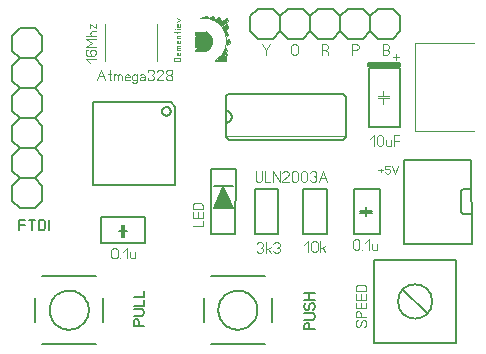
<source format=gbr>
%FSLAX34Y34*%
%MOMM*%
%LNSILK_TOP*%
G71*
G01*
%ADD10C,0.102*%
%ADD11C,0.152*%
%ADD12C,0.127*%
%ADD13C,0.099*%
%ADD14C,0.203*%
%ADD15C,0.051*%
%ADD16C,0.150*%
%ADD17C,0.095*%
%ADD18C,0.050*%
%ADD19C,0.111*%
%ADD20C,0.100*%
%ADD21C,0.200*%
%ADD22C,0.159*%
%LPD*%
G54D10*
X133185Y254494D02*
X133185Y285482D01*
G54D10*
X89192Y254494D02*
X89192Y285482D01*
G54D11*
X29832Y129653D02*
X17132Y129653D01*
X10782Y136003D01*
X10782Y148703D01*
X17132Y155053D01*
X10782Y161403D01*
X10782Y174103D01*
X17132Y180453D01*
X29832Y180453D01*
X36182Y174103D01*
X36182Y161403D01*
X29832Y155053D01*
X36182Y148703D01*
X36182Y136003D01*
X29832Y129653D01*
G54D11*
X17132Y155053D02*
X29832Y155053D01*
G54D11*
X29832Y180453D02*
X36182Y186803D01*
X36182Y199503D01*
X29832Y205853D01*
X36182Y212203D01*
X36182Y224903D01*
X29832Y231253D01*
X36182Y237603D01*
X36182Y250303D01*
X29832Y256653D01*
X36182Y263003D01*
X36182Y275703D01*
X29832Y282053D01*
X17132Y282053D01*
X10782Y275703D01*
X10782Y263003D01*
X17132Y256653D01*
X29832Y256653D01*
G54D11*
X17132Y256653D02*
X10782Y250303D01*
X10782Y237603D01*
X17132Y231253D01*
X29832Y231253D01*
G54D11*
X17132Y231253D02*
X10782Y224903D01*
X10782Y212203D01*
X17132Y205853D01*
X29832Y205853D01*
G54D11*
X17132Y205853D02*
X10782Y199503D01*
X10782Y186803D01*
X17132Y180453D01*
G54D11*
X148729Y149338D02*
X78625Y149338D01*
X78625Y219442D01*
X145173Y219442D01*
X148729Y215886D01*
X148729Y149338D01*
G54D11*
X137579Y211238D02*
X137528Y211822D01*
X137579Y212406D01*
X137731Y212990D01*
X137960Y213524D01*
X138290Y214032D01*
X138696Y214464D01*
X139154Y214819D01*
X139662Y215099D01*
X140220Y215302D01*
X140805Y215403D01*
X141414Y215403D01*
X141998Y215302D01*
X142557Y215099D01*
X143065Y214819D01*
X143522Y214464D01*
X143929Y214032D01*
X144259Y213524D01*
X144488Y212990D01*
X144640Y212406D01*
X144691Y211822D01*
X144640Y211238D01*
X144488Y210654D01*
X144259Y210120D01*
X143929Y209612D01*
X143522Y209180D01*
X143065Y208825D01*
X142557Y208545D01*
X141998Y208342D01*
X141414Y208241D01*
X140805Y208241D01*
X140220Y208342D01*
X139662Y208545D01*
X139154Y208825D01*
X138696Y209180D01*
X138290Y209612D01*
X137960Y210120D01*
X137731Y210654D01*
X137579Y211238D01*
G54D11*
X191325Y223074D02*
X191325Y212406D01*
X191325Y202246D01*
X191325Y191578D01*
X191376Y190994D01*
X191503Y190410D01*
X191732Y189851D01*
X192062Y189343D01*
X192443Y188886D01*
X192900Y188505D01*
X193408Y188175D01*
X193967Y187946D01*
X194551Y187819D01*
X195135Y187768D01*
X289115Y187768D01*
X289699Y187819D01*
X290284Y187946D01*
X290842Y188175D01*
X291350Y188505D01*
X291808Y188886D01*
X292189Y189343D01*
X292519Y189851D01*
X292747Y190410D01*
X292874Y190994D01*
X292925Y191578D01*
X292925Y223074D01*
X292874Y223658D01*
X292747Y224243D01*
X292519Y224801D01*
X292189Y225309D01*
X291808Y225767D01*
X291350Y226148D01*
X290842Y226478D01*
X290284Y226706D01*
X289699Y226833D01*
X289115Y226884D01*
X195135Y226884D01*
X194551Y226833D01*
X193967Y226706D01*
X193408Y226478D01*
X192900Y226148D01*
X192443Y225767D01*
X192062Y225309D01*
X191732Y224801D01*
X191503Y224243D01*
X191376Y223658D01*
X191325Y223074D01*
G54D11*
X191325Y212406D02*
X192011Y212355D01*
X192697Y212228D01*
X193357Y211974D01*
X193967Y211670D01*
X194526Y211263D01*
X195034Y210806D01*
X195465Y210247D01*
X195846Y209663D01*
X196100Y209028D01*
X196304Y208368D01*
X196405Y207682D01*
X196405Y206971D01*
X196304Y206285D01*
X196100Y205624D01*
X195846Y204989D01*
X195465Y204405D01*
X195034Y203846D01*
X194526Y203389D01*
X193967Y202983D01*
X193357Y202678D01*
X192697Y202424D01*
X192011Y202297D01*
X191325Y202246D01*
G54D11*
X237502Y292213D02*
X231152Y298563D01*
X218452Y298563D01*
X212102Y292213D01*
X212102Y279513D01*
X218452Y273163D01*
X231152Y273163D01*
X237502Y279513D01*
X243852Y273163D01*
X256552Y273163D01*
X262902Y279513D01*
X262902Y292213D01*
X256552Y298563D01*
X243852Y298563D01*
X237502Y292213D01*
X237502Y279513D01*
G54D11*
X262902Y279513D02*
X269252Y273163D01*
X281952Y273163D01*
X288302Y279513D01*
X294652Y273163D01*
X307352Y273163D01*
X313702Y279513D01*
X320052Y273163D01*
X332752Y273163D01*
X339102Y279513D01*
X339102Y292213D01*
X332752Y298563D01*
X320052Y298563D01*
X313702Y292213D01*
X313702Y279513D01*
G54D11*
X313702Y292213D02*
X307352Y298563D01*
X294652Y298563D01*
X288302Y292213D01*
X288302Y279513D01*
G54D11*
X288302Y292213D02*
X281952Y298563D01*
X269252Y298563D01*
X262902Y292213D01*
G54D12*
X329717Y250366D02*
X311937Y250366D01*
X339242Y250366D01*
G54D13*
X401282Y270013D02*
X351269Y270013D01*
X351269Y195033D01*
X401282Y195033D01*
G54D14*
X178854Y127773D02*
X178854Y132777D01*
G54D14*
X178981Y72554D02*
X224294Y72554D01*
G54D14*
X230644Y53504D02*
X230644Y33590D01*
G54D14*
X224294Y14540D02*
X178981Y14540D01*
G54D14*
X172631Y33590D02*
X172631Y53504D01*
G54D14*
X185178Y42277D02*
X185128Y43547D01*
X185178Y44817D01*
X185331Y46087D01*
X185585Y47357D01*
X185915Y48576D01*
X186347Y49795D01*
X186880Y50964D01*
X187490Y52081D01*
X188201Y53148D01*
X188988Y54164D01*
X189852Y55104D01*
X190792Y55993D01*
X191782Y56780D01*
X192824Y57517D01*
X193941Y58152D01*
X195110Y58711D01*
X196304Y59168D01*
X197523Y59524D01*
X198767Y59803D01*
X200037Y59981D01*
X201307Y60057D01*
X202603Y60032D01*
X203873Y59905D01*
X205143Y59676D01*
X206362Y59371D01*
X207581Y58939D01*
X208750Y58431D01*
X209893Y57847D01*
X210985Y57161D01*
X212001Y56399D01*
X212966Y55561D01*
X213855Y54647D01*
X214693Y53656D01*
X215430Y52615D01*
X216090Y51523D01*
X216674Y50380D01*
X217157Y49186D01*
X217538Y47967D01*
X217843Y46722D01*
X218046Y45452D01*
X218148Y44182D01*
X218148Y42912D01*
X218046Y41642D01*
X217843Y40372D01*
X217538Y39127D01*
X217157Y37908D01*
X216674Y36714D01*
X216090Y35571D01*
X215430Y34479D01*
X214693Y33438D01*
X213855Y32447D01*
X212966Y31533D01*
X212001Y30695D01*
X210985Y29933D01*
X209893Y29247D01*
X208750Y28663D01*
X207581Y28155D01*
X206362Y27723D01*
X205143Y27418D01*
X203873Y27189D01*
X202603Y27062D01*
X201307Y27037D01*
X200037Y27113D01*
X198767Y27291D01*
X197523Y27570D01*
X196304Y27926D01*
X195110Y28383D01*
X193941Y28942D01*
X192824Y29577D01*
X191782Y30314D01*
X190792Y31101D01*
X189852Y31990D01*
X188988Y32930D01*
X188201Y33946D01*
X187490Y35013D01*
X186880Y36130D01*
X186347Y37299D01*
X185915Y38518D01*
X185585Y39737D01*
X185331Y41007D01*
X185178Y42277D01*
G54D14*
X87795Y53504D02*
X87795Y33590D01*
G54D14*
X81445Y14540D02*
X36131Y14540D01*
G54D14*
X29781Y33590D02*
X29781Y53504D01*
G54D14*
X36131Y72554D02*
X81445Y72554D01*
G54D14*
X42329Y42277D02*
X42278Y43547D01*
X42329Y44817D01*
X42481Y46087D01*
X42735Y47357D01*
X43065Y48576D01*
X43497Y49795D01*
X44031Y50964D01*
X44640Y52081D01*
X45351Y53148D01*
X46139Y54164D01*
X47002Y55104D01*
X47942Y55993D01*
X48933Y56780D01*
X49974Y57517D01*
X51092Y58152D01*
X52260Y58711D01*
X53454Y59168D01*
X54673Y59524D01*
X55918Y59803D01*
X57188Y59981D01*
X58458Y60057D01*
X59753Y60032D01*
X61023Y59905D01*
X62293Y59676D01*
X63512Y59371D01*
X64732Y58939D01*
X65900Y58431D01*
X67043Y57847D01*
X68135Y57161D01*
X69151Y56399D01*
X70116Y55561D01*
X71005Y54647D01*
X71844Y53656D01*
X72580Y52615D01*
X73241Y51523D01*
X73825Y50380D01*
X74307Y49186D01*
X74688Y47967D01*
X74993Y46722D01*
X75196Y45452D01*
X75298Y44182D01*
X75298Y42912D01*
X75196Y41642D01*
X74993Y40372D01*
X74688Y39127D01*
X74307Y37908D01*
X73825Y36714D01*
X73241Y35571D01*
X72580Y34479D01*
X71844Y33438D01*
X71005Y32447D01*
X70116Y31533D01*
X69151Y30695D01*
X68135Y29933D01*
X67043Y29247D01*
X65900Y28663D01*
X64732Y28155D01*
X63512Y27723D01*
X62293Y27418D01*
X61023Y27189D01*
X59753Y27062D01*
X58458Y27037D01*
X57188Y27113D01*
X55918Y27291D01*
X54673Y27570D01*
X53454Y27926D01*
X52260Y28383D01*
X51092Y28942D01*
X49974Y29577D01*
X48933Y30314D01*
X47942Y31101D01*
X47002Y31990D01*
X46139Y32930D01*
X45351Y33946D01*
X44640Y35013D01*
X44031Y36130D01*
X43497Y37299D01*
X43065Y38518D01*
X42735Y39737D01*
X42481Y41007D01*
X42329Y42277D01*
G54D15*
X191325Y191324D02*
X292925Y191324D01*
G54D16*
X386650Y15849D02*
X316650Y15849D01*
X316650Y85849D01*
X386650Y85849D01*
X386650Y15849D01*
G54D16*
G75*
G01X366150Y50849D02*
G03X366150Y50849I-14500J0D01*
G01*
G54D16*
X361650Y40849D02*
X341650Y60849D01*
G54D17*
X152738Y254077D02*
X147404Y254077D01*
X147404Y256077D01*
X147738Y256877D01*
X148404Y257277D01*
X151738Y257277D01*
X152404Y256877D01*
X152738Y256077D01*
X152738Y254077D01*
G54D17*
X152404Y261544D02*
X152738Y260904D01*
X152738Y260104D01*
X152404Y259304D01*
X151738Y259144D01*
X150604Y259144D01*
X149938Y259544D01*
X149738Y260344D01*
X149938Y261144D01*
X150404Y261544D01*
X151071Y261544D01*
X151071Y259144D01*
G54D17*
X152738Y263411D02*
X149738Y263411D01*
G54D17*
X150271Y263411D02*
X149738Y264211D01*
X149938Y265011D01*
X150404Y265411D01*
X152738Y265411D01*
G54D17*
X150271Y265411D02*
X149738Y266211D01*
X149938Y267011D01*
X150404Y267411D01*
X152738Y267411D01*
G54D17*
X152404Y271678D02*
X152738Y271038D01*
X152738Y270238D01*
X152404Y269438D01*
X151738Y269278D01*
X150604Y269278D01*
X149938Y269678D01*
X149738Y270478D01*
X149938Y271278D01*
X150404Y271678D01*
X151071Y271678D01*
X151071Y269278D01*
G54D17*
X152738Y273545D02*
X149738Y273545D01*
G54D17*
X150404Y273545D02*
X149938Y273945D01*
X149738Y274745D01*
X149938Y275545D01*
X150404Y275945D01*
X152738Y275945D01*
G54D17*
X147404Y278612D02*
X152404Y278612D01*
X152738Y279012D01*
X152604Y279412D01*
G54D17*
X149738Y277812D02*
X149738Y279412D01*
G54D17*
X152738Y281279D02*
X149738Y281279D01*
G54D17*
X148738Y281279D02*
X148738Y281279D01*
G54D17*
X152404Y285546D02*
X152738Y284906D01*
X152738Y284106D01*
X152404Y283306D01*
X151738Y283146D01*
X150604Y283146D01*
X149938Y283546D01*
X149738Y284346D01*
X149938Y285146D01*
X150404Y285546D01*
X151071Y285546D01*
X151071Y283146D01*
G54D17*
X149738Y287413D02*
X152738Y289013D01*
X149738Y290613D01*
G54D18*
G75*
G01X175021Y262817D02*
G03X175021Y279315I-4762J8249D01*
G01*
G54D18*
G75*
G01X182347Y254634D02*
G03X169915Y290739I-9725J16844D01*
G01*
G36*
X169862Y290512D02*
X175816Y292894D01*
X177006Y290512D01*
X173434Y290909D01*
X169862Y290512D01*
G37*
G54D18*
X169862Y290512D02*
X175816Y292894D01*
X177006Y290512D01*
X173434Y290909D01*
X169862Y290512D01*
G36*
X177403Y290512D02*
X180181Y292497D01*
X181769Y290512D01*
X180578Y289322D01*
X177403Y290512D01*
G37*
G54D18*
X177403Y290512D02*
X180181Y292497D01*
X181769Y290512D01*
X180578Y289322D01*
X177403Y290512D01*
G36*
X181769Y288925D02*
X185738Y291703D01*
X187325Y289322D01*
X184944Y286544D01*
X181769Y288925D01*
G37*
G54D18*
X181769Y288925D02*
X185738Y291703D01*
X187325Y289322D01*
X184944Y286544D01*
X181769Y288925D01*
G36*
X185341Y286544D02*
X192484Y290909D01*
X193675Y288131D01*
X187722Y284162D01*
X185341Y286544D01*
G37*
G54D18*
X185341Y286544D02*
X192484Y290909D01*
X193675Y288131D01*
X187722Y284162D01*
X185341Y286544D01*
G36*
X188516Y282972D02*
X192484Y285353D01*
X193675Y282575D01*
X190500Y279797D01*
X188516Y282972D01*
G37*
G54D18*
X188516Y282972D02*
X192484Y285353D01*
X193675Y282575D01*
X190500Y279797D01*
X188516Y282972D01*
G36*
X190500Y279400D02*
X191691Y279797D01*
X192881Y277019D01*
X192088Y275431D01*
X190500Y279400D01*
G37*
G54D18*
X190500Y279400D02*
X191691Y279797D01*
X192881Y277019D01*
X192088Y275431D01*
X190500Y279400D01*
G36*
X192484Y271859D02*
X194072Y273050D01*
X195262Y269875D01*
X192088Y268288D01*
X192484Y271859D01*
G37*
G54D18*
X192484Y271859D02*
X194072Y273050D01*
X195262Y269875D01*
X192088Y268288D01*
X192484Y271859D01*
G36*
X190897Y263922D02*
X191691Y265112D01*
X192484Y263128D01*
X189706Y261541D01*
X190897Y263922D01*
G37*
G54D18*
X190897Y263922D02*
X191691Y265112D01*
X192484Y263128D01*
X189706Y261541D01*
X190897Y263922D01*
G36*
X189309Y261144D02*
X191294Y261938D01*
X192484Y259556D01*
X186531Y257572D01*
X189309Y261144D01*
G37*
G54D18*
X189309Y261144D02*
X191294Y261938D01*
X192484Y259556D01*
X186531Y257572D01*
X189309Y261144D01*
G36*
X186134Y257175D02*
X191691Y258762D01*
X191691Y254794D01*
X182562Y254397D01*
X186134Y257175D01*
G37*
G54D18*
X186134Y257175D02*
X191691Y258762D01*
X191691Y254794D01*
X182562Y254397D01*
X186134Y257175D01*
G36*
X165100Y279400D02*
X175022Y279400D01*
X177800Y276622D01*
X178594Y275034D01*
X179388Y273050D01*
X179388Y269478D01*
X178991Y267891D01*
X177800Y265509D01*
X175022Y262731D01*
X165497Y262731D01*
X165497Y263922D01*
X168672Y266303D01*
X168672Y267494D01*
X165100Y266303D01*
X165100Y268684D01*
X168275Y272256D01*
X165100Y270669D01*
X165100Y274638D01*
X166688Y276622D01*
X165100Y276225D01*
X165100Y279400D01*
G37*
G54D18*
X165100Y279400D02*
X175022Y279400D01*
X177800Y276622D01*
X178594Y275034D01*
X179388Y273050D01*
X179388Y269478D01*
X178991Y267891D01*
X177800Y265509D01*
X175022Y262731D01*
X165497Y262731D01*
X165497Y263922D01*
X168672Y266303D01*
X168672Y267494D01*
X165100Y266303D01*
X165100Y268684D01*
X168275Y272256D01*
X165100Y270669D01*
X165100Y274638D01*
X166688Y276622D01*
X165100Y276225D01*
X165100Y279400D01*
G54D16*
X398600Y125308D02*
X392300Y125308D01*
X390700Y127008D01*
X390700Y144508D01*
X392300Y146008D01*
X398600Y146008D01*
G54D16*
X399397Y170557D02*
X342644Y170557D01*
X342644Y99119D01*
X400190Y99119D01*
X399397Y170557D01*
G54D19*
X320661Y161831D02*
X324394Y161831D01*
G54D19*
X322528Y163387D02*
X322528Y160276D01*
G54D19*
X330305Y165331D02*
X326572Y165331D01*
X326572Y162609D01*
X327039Y162609D01*
X327972Y162998D01*
X328905Y162998D01*
X329839Y162609D01*
X330305Y161831D01*
X330305Y160276D01*
X329839Y159498D01*
X328905Y159109D01*
X327972Y159109D01*
X327039Y159498D01*
X326572Y160276D01*
G54D19*
X332483Y165331D02*
X334816Y159109D01*
X337150Y165331D01*
G54D16*
X85353Y100125D02*
X85353Y122125D01*
X123353Y122125D01*
X123353Y100125D01*
X85353Y100125D01*
G54D16*
X100656Y110431D02*
X103497Y110431D01*
X103497Y115431D01*
X103497Y105431D01*
G54D16*
X105497Y115431D02*
X105497Y105431D01*
G54D16*
X105497Y110431D02*
X107941Y110431D01*
G54D16*
X257072Y146000D02*
X277072Y146000D01*
X277072Y108000D01*
X257072Y108000D01*
X257072Y146000D01*
G54D16*
X178882Y162768D02*
X178882Y108396D01*
X199520Y108396D01*
X199917Y162768D01*
X178882Y162768D01*
G36*
X197555Y129824D02*
X181580Y129824D01*
X189171Y148030D01*
X197555Y129824D01*
G37*
G54D16*
X197555Y129824D02*
X181580Y129824D01*
X189171Y148030D01*
X197555Y129824D01*
G54D16*
X197555Y148427D02*
X181184Y148427D01*
G54D16*
X299729Y146000D02*
X321729Y146000D01*
X321729Y108000D01*
X299729Y108000D01*
X299729Y146000D01*
G54D16*
X310035Y130697D02*
X310035Y127856D01*
X315035Y127856D01*
X305035Y127856D01*
G54D16*
X315035Y125856D02*
X305035Y125856D01*
G54D16*
X310035Y125856D02*
X310035Y123412D01*
G54D16*
X215797Y146000D02*
X235797Y146000D01*
X235797Y108000D01*
X215797Y108000D01*
X215797Y146000D01*
G54D20*
X324853Y229257D02*
X324853Y224829D01*
X329853Y224829D01*
X319853Y224829D01*
G54D20*
X329853Y222829D02*
X319853Y222829D01*
G54D20*
X324853Y222829D02*
X324853Y218401D01*
G54D21*
X312546Y248838D02*
X338546Y248838D01*
X338546Y198838D01*
X312546Y198838D01*
X312546Y248838D01*
G54D12*
X329717Y251954D02*
X311937Y251954D01*
X339242Y251954D01*
G54D12*
X329717Y251160D02*
X311937Y251160D01*
X339242Y251160D01*
G54D12*
X329717Y252748D02*
X311937Y252748D01*
X339242Y252748D01*
G54D19*
X76075Y253030D02*
X72741Y256364D01*
X81630Y256364D01*
G54D19*
X74408Y264141D02*
X73297Y263474D01*
X72741Y262141D01*
X72741Y260807D01*
X73297Y259474D01*
X74408Y258807D01*
X77186Y258807D01*
X77741Y258807D01*
X76630Y260807D01*
X76630Y262141D01*
X77186Y263474D01*
X78297Y264141D01*
X79963Y264141D01*
X81075Y263474D01*
X81630Y262141D01*
X81630Y260807D01*
X81075Y259474D01*
X79963Y258807D01*
X77186Y258807D01*
G54D19*
X81630Y266584D02*
X72741Y266584D01*
X78297Y269918D01*
X72741Y273251D01*
X81630Y273251D01*
G54D19*
X81630Y275695D02*
X72741Y275695D01*
G54D19*
X78075Y275695D02*
X76963Y276362D01*
X76630Y277695D01*
X76963Y279029D01*
X78075Y279695D01*
X81630Y279695D01*
G54D19*
X76630Y282139D02*
X76630Y286139D01*
X81630Y282139D01*
X81630Y286139D01*
G54D19*
X82550Y238125D02*
X85883Y247014D01*
X89217Y238125D01*
G54D19*
X83883Y241458D02*
X87883Y241458D01*
G54D19*
X92994Y247014D02*
X92994Y238681D01*
X93661Y238125D01*
X94328Y238347D01*
G54D19*
X91661Y243125D02*
X94328Y243125D01*
G54D19*
X96772Y238125D02*
X96772Y243125D01*
G54D19*
X96772Y242236D02*
X98105Y243125D01*
X99439Y242792D01*
X100105Y242014D01*
X100105Y238125D01*
G54D19*
X100105Y242236D02*
X101439Y243125D01*
X102772Y242792D01*
X103439Y242014D01*
X103439Y238125D01*
G54D19*
X109883Y238681D02*
X108816Y238125D01*
X107483Y238125D01*
X106150Y238681D01*
X105883Y239792D01*
X105883Y241681D01*
X106550Y242792D01*
X107883Y243125D01*
X109216Y242792D01*
X109883Y242014D01*
X109883Y240903D01*
X105883Y240903D01*
G54D19*
X112327Y236458D02*
X113660Y235903D01*
X114594Y235903D01*
X115927Y236458D01*
X116327Y237569D01*
X116327Y243125D01*
G54D19*
X116327Y241681D02*
X115660Y242792D01*
X114327Y243125D01*
X112994Y242792D01*
X112327Y241681D01*
X112327Y239458D01*
X112994Y238347D01*
X114327Y238125D01*
X115660Y238347D01*
X116327Y239458D01*
G54D19*
X118771Y242569D02*
X120104Y243125D01*
X121704Y243125D01*
X122771Y242014D01*
X122771Y238125D01*
G54D19*
X122771Y239792D02*
X122104Y240903D01*
X120771Y241125D01*
X119438Y240903D01*
X118771Y239792D01*
X119038Y238681D01*
X120104Y238125D01*
X120771Y238125D01*
X121038Y238125D01*
X122104Y238681D01*
X122771Y239792D01*
G54D19*
X125215Y245347D02*
X125882Y246458D01*
X127215Y247014D01*
X128548Y247014D01*
X129882Y246458D01*
X130548Y245347D01*
X130548Y244236D01*
X129882Y243125D01*
X128548Y242569D01*
X129882Y242014D01*
X130548Y240903D01*
X130548Y239792D01*
X129882Y238681D01*
X128548Y238125D01*
X127215Y238125D01*
X125882Y238681D01*
X125215Y239792D01*
G54D19*
X138325Y238125D02*
X132992Y238125D01*
X132992Y238681D01*
X133659Y239792D01*
X137659Y243125D01*
X138325Y244236D01*
X138325Y245347D01*
X137659Y246458D01*
X136325Y247014D01*
X134992Y247014D01*
X133659Y246458D01*
X132992Y245347D01*
G54D19*
X144102Y242569D02*
X142769Y242569D01*
X141436Y243125D01*
X140769Y244236D01*
X140769Y245347D01*
X141436Y246458D01*
X142769Y247014D01*
X144102Y247014D01*
X145436Y246458D01*
X146102Y245347D01*
X146102Y244236D01*
X145436Y243125D01*
X144102Y242569D01*
X145436Y242014D01*
X146102Y240903D01*
X146102Y239792D01*
X145436Y238681D01*
X144102Y238125D01*
X142769Y238125D01*
X141436Y238681D01*
X140769Y239792D01*
X140769Y240903D01*
X141436Y242014D01*
X142769Y242569D01*
G54D19*
X216694Y161289D02*
X216694Y154067D01*
X217360Y152956D01*
X218694Y152400D01*
X220027Y152400D01*
X221360Y152956D01*
X222027Y154067D01*
X222027Y161289D01*
G54D19*
X224471Y161289D02*
X224471Y152400D01*
X229137Y152400D01*
G54D19*
X231582Y152400D02*
X231582Y161289D01*
X236915Y152400D01*
X236915Y161289D01*
G54D19*
X244692Y152400D02*
X239359Y152400D01*
X239359Y152956D01*
X240025Y154067D01*
X244025Y157400D01*
X244692Y158511D01*
X244692Y159622D01*
X244025Y160733D01*
X242692Y161289D01*
X241359Y161289D01*
X240025Y160733D01*
X239359Y159622D01*
G54D19*
X252469Y159622D02*
X252469Y154067D01*
X251802Y152956D01*
X250469Y152400D01*
X249136Y152400D01*
X247802Y152956D01*
X247136Y154067D01*
X247136Y159622D01*
X247802Y160733D01*
X249136Y161289D01*
X250469Y161289D01*
X251802Y160733D01*
X252469Y159622D01*
G54D19*
X260246Y159622D02*
X260246Y154067D01*
X259579Y152956D01*
X258246Y152400D01*
X256913Y152400D01*
X255579Y152956D01*
X254913Y154067D01*
X254913Y159622D01*
X255579Y160733D01*
X256913Y161289D01*
X258246Y161289D01*
X259579Y160733D01*
X260246Y159622D01*
G54D19*
X262690Y159622D02*
X263356Y160733D01*
X264690Y161289D01*
X266023Y161289D01*
X267356Y160733D01*
X268023Y159622D01*
X268023Y158511D01*
X267356Y157400D01*
X266023Y156844D01*
X267356Y156289D01*
X268023Y155178D01*
X268023Y154067D01*
X267356Y152956D01*
X266023Y152400D01*
X264690Y152400D01*
X263356Y152956D01*
X262690Y154067D01*
G54D19*
X270467Y152400D02*
X273800Y161289D01*
X277133Y152400D01*
G54D19*
X271800Y155733D02*
X275800Y155733D01*
G54D19*
X222250Y268445D02*
X225583Y264001D01*
X225583Y259556D01*
G54D19*
X225583Y264001D02*
X228917Y268445D01*
G54D19*
X252156Y266778D02*
X252156Y261223D01*
X251490Y260112D01*
X250156Y259556D01*
X248823Y259556D01*
X247490Y260112D01*
X246823Y261223D01*
X246823Y266778D01*
X247490Y267890D01*
X248823Y268445D01*
X250156Y268445D01*
X251490Y267890D01*
X252156Y266778D01*
G54D19*
X275306Y264001D02*
X277306Y262890D01*
X277972Y261778D01*
X277972Y259556D01*
G54D19*
X272639Y259556D02*
X272639Y268445D01*
X275972Y268445D01*
X277306Y267890D01*
X277972Y266778D01*
X277972Y265667D01*
X277306Y264556D01*
X275972Y264001D01*
X272639Y264001D01*
G54D19*
X298455Y259556D02*
X298455Y268445D01*
X301788Y268445D01*
X303122Y267890D01*
X303788Y266778D01*
X303788Y265667D01*
X303122Y264556D01*
X301788Y264001D01*
X298455Y264001D01*
G54D19*
X324271Y259556D02*
X324271Y268445D01*
X327604Y268445D01*
X328938Y267890D01*
X329604Y266778D01*
X329604Y265667D01*
X328938Y264556D01*
X327604Y264001D01*
X328938Y263445D01*
X329604Y262334D01*
X329604Y261223D01*
X328938Y260112D01*
X327604Y259556D01*
X324271Y259556D01*
G54D19*
X324271Y264001D02*
X327604Y264001D01*
G54D19*
X313531Y188118D02*
X316865Y191451D01*
X316865Y182562D01*
G54D19*
X324642Y189785D02*
X324642Y184229D01*
X323975Y183118D01*
X322642Y182562D01*
X321308Y182562D01*
X319975Y183118D01*
X319308Y184229D01*
X319308Y189785D01*
X319975Y190896D01*
X321308Y191451D01*
X322642Y191451D01*
X323975Y190896D01*
X324642Y189785D01*
G54D19*
X331085Y187562D02*
X331085Y182562D01*
G54D19*
X331085Y183674D02*
X330419Y182785D01*
X329085Y182562D01*
X327752Y182785D01*
X327085Y183674D01*
X327085Y187562D01*
G54D19*
X333529Y182562D02*
X333529Y191451D01*
X338196Y191451D01*
G54D19*
X333529Y187007D02*
X338196Y187007D01*
G54D19*
X332581Y257889D02*
X337915Y257889D01*
G54D19*
X335248Y260111D02*
X335248Y255667D01*
G54D19*
X163290Y114523D02*
X172178Y114523D01*
X172178Y119190D01*
G54D19*
X172178Y126301D02*
X172178Y121634D01*
X163290Y121634D01*
X163290Y126301D01*
G54D19*
X167734Y121634D02*
X167734Y126301D01*
G54D19*
X172178Y128745D02*
X163290Y128745D01*
X163290Y132078D01*
X163845Y133412D01*
X164956Y134078D01*
X170512Y134078D01*
X171623Y133412D01*
X172178Y132078D01*
X172178Y128745D01*
G54D19*
X217488Y99297D02*
X218154Y100409D01*
X219488Y100964D01*
X220821Y100964D01*
X222154Y100409D01*
X222821Y99297D01*
X222821Y98186D01*
X222154Y97075D01*
X220821Y96520D01*
X222154Y95964D01*
X222821Y94853D01*
X222821Y93742D01*
X222154Y92631D01*
X220821Y92075D01*
X219488Y92075D01*
X218154Y92631D01*
X217488Y93742D01*
G54D19*
X225265Y92075D02*
X225265Y100964D01*
G54D19*
X227265Y95409D02*
X229265Y92075D01*
G54D19*
X225265Y94297D02*
X229265Y97075D01*
G54D19*
X231709Y99297D02*
X232375Y100409D01*
X233709Y100964D01*
X235042Y100964D01*
X236375Y100409D01*
X237042Y99297D01*
X237042Y98186D01*
X236375Y97075D01*
X235042Y96520D01*
X236375Y95964D01*
X237042Y94853D01*
X237042Y93742D01*
X236375Y92631D01*
X235042Y92075D01*
X233709Y92075D01*
X232375Y92631D01*
X231709Y93742D01*
G54D19*
X257969Y98425D02*
X261302Y101758D01*
X261302Y92869D01*
G54D19*
X269079Y100091D02*
X269079Y94536D01*
X268413Y93425D01*
X267079Y92869D01*
X265746Y92869D01*
X264413Y93425D01*
X263746Y94536D01*
X263746Y100091D01*
X264413Y101202D01*
X265746Y101758D01*
X267079Y101758D01*
X268413Y101202D01*
X269079Y100091D01*
G54D19*
X271523Y92869D02*
X271523Y101758D01*
G54D19*
X273523Y96202D02*
X275523Y92869D01*
G54D19*
X271523Y95091D02*
X275523Y97869D01*
G54D19*
X304577Y101679D02*
X304577Y96123D01*
X303911Y95012D01*
X302577Y94456D01*
X301244Y94456D01*
X299911Y95012D01*
X299244Y96123D01*
X299244Y101679D01*
X299911Y102790D01*
X301244Y103345D01*
X302577Y103345D01*
X303911Y102790D01*
X304577Y101679D01*
G54D19*
X307021Y94456D02*
X307021Y94456D01*
G54D19*
X309465Y100012D02*
X312798Y103345D01*
X312798Y94456D01*
G54D19*
X319242Y99456D02*
X319242Y94456D01*
G54D19*
X319242Y95568D02*
X318575Y94679D01*
X317242Y94456D01*
X315909Y94679D01*
X315242Y95568D01*
X315242Y99456D01*
G54D19*
X99790Y94535D02*
X99790Y88979D01*
X99123Y87868D01*
X97790Y87313D01*
X96456Y87313D01*
X95123Y87868D01*
X94456Y88979D01*
X94456Y94535D01*
X95123Y95646D01*
X96456Y96202D01*
X97790Y96202D01*
X99123Y95646D01*
X99790Y94535D01*
G54D19*
X102234Y87313D02*
X102234Y87313D01*
G54D19*
X104678Y92868D02*
X108011Y96202D01*
X108011Y87313D01*
G54D19*
X114454Y92313D02*
X114454Y87313D01*
G54D19*
X114454Y88424D02*
X113788Y87535D01*
X112454Y87313D01*
X111121Y87535D01*
X110454Y88424D01*
X110454Y92313D01*
G54D22*
X16669Y111125D02*
X16669Y120014D01*
X21336Y120014D01*
G54D22*
X16669Y115570D02*
X21336Y115570D01*
G54D22*
X27114Y111125D02*
X27114Y120014D01*
G54D22*
X24447Y120014D02*
X29780Y120014D01*
G54D22*
X32891Y111125D02*
X32891Y120014D01*
X36224Y120014D01*
X37558Y119459D01*
X38224Y118347D01*
X38224Y112792D01*
X37558Y111681D01*
X36224Y111125D01*
X32891Y111125D01*
G54D22*
X41335Y111125D02*
X41335Y120014D01*
G54D22*
X122245Y30314D02*
X113356Y30314D01*
X113356Y33647D01*
X113912Y34980D01*
X115023Y35647D01*
X116134Y35647D01*
X117245Y34980D01*
X117801Y33647D01*
X117801Y30314D01*
G54D22*
X113356Y38758D02*
X120578Y38758D01*
X121689Y39424D01*
X122245Y40758D01*
X122245Y42091D01*
X121689Y43424D01*
X120578Y44091D01*
X113356Y44091D01*
G54D22*
X113356Y47202D02*
X122245Y47202D01*
X122245Y51868D01*
G54D22*
X113356Y54980D02*
X122245Y54980D01*
X122245Y59646D01*
G54D22*
X266708Y27139D02*
X257819Y27139D01*
X257819Y30472D01*
X258374Y31805D01*
X259485Y32472D01*
X260596Y32472D01*
X261708Y31805D01*
X262263Y30472D01*
X262263Y27139D01*
G54D22*
X257819Y35583D02*
X265041Y35583D01*
X266152Y36249D01*
X266708Y37583D01*
X266708Y38916D01*
X266152Y40249D01*
X265041Y40916D01*
X257819Y40916D01*
G54D22*
X265041Y44027D02*
X266152Y44693D01*
X266708Y46027D01*
X266708Y47360D01*
X266152Y48693D01*
X265041Y49360D01*
X263930Y49360D01*
X262819Y48693D01*
X262263Y47360D01*
X262263Y46027D01*
X261708Y44693D01*
X260596Y44027D01*
X259485Y44027D01*
X258374Y44693D01*
X257819Y46027D01*
X257819Y47360D01*
X258374Y48693D01*
X259485Y49360D01*
G54D22*
X266708Y52471D02*
X257819Y52471D01*
G54D22*
X266708Y57804D02*
X257819Y57804D01*
G54D22*
X262263Y52471D02*
X262263Y57804D01*
G54D19*
X308697Y29520D02*
X309808Y30187D01*
X310364Y31520D01*
X310364Y32853D01*
X309808Y34187D01*
X308697Y34853D01*
X307586Y34853D01*
X306475Y34187D01*
X305919Y32853D01*
X305919Y31520D01*
X305364Y30187D01*
X304253Y29520D01*
X303142Y29520D01*
X302030Y30187D01*
X301475Y31520D01*
X301475Y32853D01*
X302030Y34187D01*
X303142Y34853D01*
G54D19*
X310364Y37297D02*
X301475Y37297D01*
X301475Y40630D01*
X302030Y41964D01*
X303142Y42630D01*
X304253Y42630D01*
X305364Y41964D01*
X305919Y40630D01*
X305919Y37297D01*
G54D19*
X310364Y49741D02*
X310364Y45074D01*
X301475Y45074D01*
X301475Y49741D01*
G54D19*
X305919Y45074D02*
X305919Y49741D01*
G54D19*
X310364Y56852D02*
X310364Y52185D01*
X301475Y52185D01*
X301475Y56852D01*
G54D19*
X305919Y52185D02*
X305919Y56852D01*
G54D19*
X310364Y59296D02*
X301475Y59296D01*
X301475Y62629D01*
X302030Y63963D01*
X303142Y64629D01*
X308697Y64629D01*
X309808Y63963D01*
X310364Y62629D01*
X310364Y59296D01*
M02*

</source>
